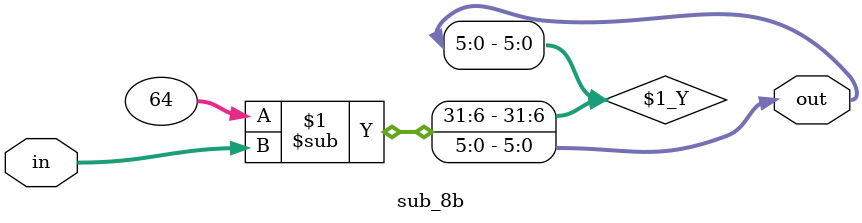
<source format=sv>
`timescale 1ns/1ns
module sub_8b(input [5:0] in, output [5:0] out);
	assign out = 64 - in;
endmodule
</source>
